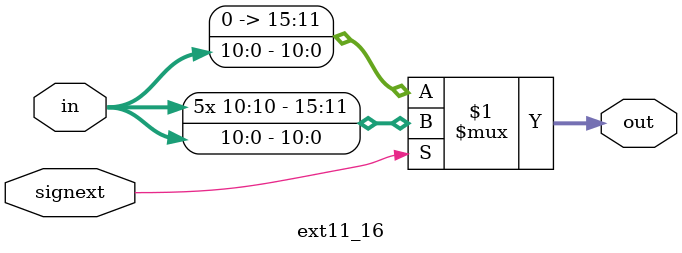
<source format=v>
module ext11_16 (in, signext, out);
    input [10:0] in;
    input signext;
    output [15:0] out;
    assign out = signext ? {{5{in[10]}}, {in}} : {{5{1'b0}}, {in}};
endmodule
</source>
